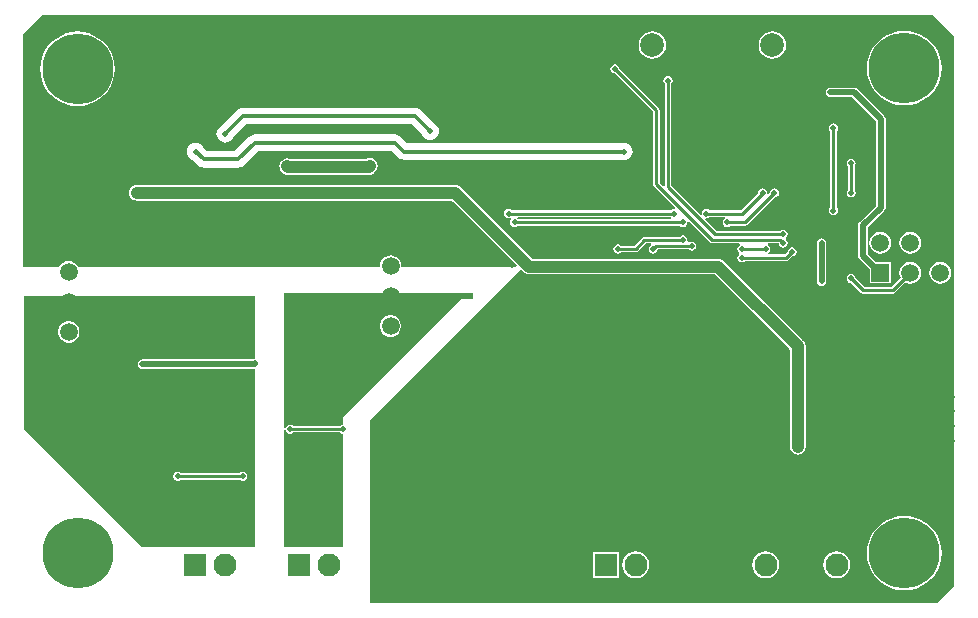
<source format=gbl>
G04*
G04 #@! TF.GenerationSoftware,Altium Limited,Altium Designer,23.9.2 (47)*
G04*
G04 Layer_Physical_Order=4*
G04 Layer_Color=16711680*
%FSLAX43Y43*%
%MOMM*%
G71*
G04*
G04 #@! TF.SameCoordinates,DD1DA4F9-BAAB-46B1-B849-2321CEA9ED03*
G04*
G04*
G04 #@! TF.FilePolarity,Positive*
G04*
G01*
G75*
%ADD20C,1.000*%
%ADD86C,6.000*%
%ADD90C,0.355*%
%ADD91C,0.254*%
%ADD93C,0.500*%
%ADD95C,1.950*%
%ADD96R,1.950X1.950*%
%ADD97C,1.508*%
%ADD98R,1.508X1.508*%
%ADD99C,2.000*%
%ADD100R,1.500X1.500*%
%ADD101C,1.500*%
%ADD102C,0.460*%
%ADD103C,0.500*%
%ADD104C,0.750*%
G36*
X38500Y26500D02*
X37500D01*
X27500Y16500D01*
Y15882D01*
X27424D01*
X27284Y15824D01*
X27244Y15784D01*
X23256D01*
X23216Y15824D01*
X23076Y15882D01*
X22924D01*
X22784Y15824D01*
X22676Y15716D01*
X22618Y15576D01*
X22500Y15598D01*
Y27000D01*
X38500D01*
Y26500D01*
D02*
G37*
G36*
X77408Y50592D02*
X77408Y50592D01*
X79250Y48750D01*
Y2250D01*
X77750Y750D01*
X29750D01*
Y16250D01*
X32750Y19250D01*
X42535Y29035D01*
X42785Y28785D01*
X42785Y28785D01*
X42921Y28680D01*
X43080Y28615D01*
X43250Y28592D01*
X58978D01*
X65342Y22228D01*
Y14000D01*
X65365Y13830D01*
X65430Y13671D01*
X65535Y13535D01*
X65671Y13430D01*
X65830Y13365D01*
X66000Y13342D01*
X66170Y13365D01*
X66329Y13430D01*
X66465Y13535D01*
X66570Y13671D01*
X66635Y13830D01*
X66658Y14000D01*
Y22500D01*
X66658Y22500D01*
X66635Y22670D01*
X66570Y22829D01*
X66465Y22965D01*
X66465Y22965D01*
X59715Y29715D01*
X59579Y29820D01*
X59420Y29885D01*
X59250Y29908D01*
X59250Y29908D01*
X43522D01*
X37465Y35965D01*
X37329Y36070D01*
X37170Y36135D01*
X37000Y36158D01*
X36875Y36141D01*
X36750Y36158D01*
X10000D01*
X9830Y36135D01*
X9671Y36070D01*
X9535Y35965D01*
X9430Y35829D01*
X9365Y35670D01*
X9342Y35500D01*
X9365Y35330D01*
X9430Y35171D01*
X9535Y35035D01*
X9671Y34930D01*
X9830Y34865D01*
X10000Y34842D01*
X36728D01*
X42203Y29367D01*
X42154Y29250D01*
X32466D01*
X32414Y29310D01*
X32383Y29547D01*
X32291Y29767D01*
X32146Y29956D01*
X31957Y30101D01*
X31737Y30193D01*
X31500Y30224D01*
X31263Y30193D01*
X31043Y30101D01*
X30854Y29956D01*
X30709Y29767D01*
X30617Y29547D01*
X30586Y29310D01*
X30534Y29250D01*
X5048D01*
X5041Y29267D01*
X4896Y29456D01*
X4707Y29601D01*
X4487Y29693D01*
X4250Y29724D01*
X4013Y29693D01*
X3793Y29601D01*
X3604Y29456D01*
X3459Y29267D01*
X3452Y29250D01*
X408D01*
X408Y48908D01*
X2092Y50592D01*
X77408Y50592D01*
D02*
G37*
G36*
X22676Y15284D02*
X22784Y15176D01*
X22924Y15118D01*
X23076D01*
X23216Y15176D01*
X23256Y15216D01*
X27244D01*
X27284Y15176D01*
X27424Y15118D01*
X27500D01*
Y5500D01*
X22500D01*
Y15402D01*
X22618Y15424D01*
X22676Y15284D01*
D02*
G37*
G36*
X20000Y21442D02*
X19984D01*
X19906Y21410D01*
X10500D01*
X10343Y21379D01*
X10210Y21290D01*
X10121Y21157D01*
X10090Y21000D01*
X10121Y20843D01*
X10210Y20710D01*
X10343Y20621D01*
X10500Y20590D01*
X20000D01*
Y19500D01*
Y5500D01*
X10500Y5500D01*
X500Y15500D01*
Y26750D01*
X20000D01*
Y21442D01*
D02*
G37*
%LPC*%
G36*
X31619Y25136D02*
X31381D01*
X31150Y25074D01*
X30944Y24955D01*
X30775Y24786D01*
X30656Y24580D01*
X30594Y24349D01*
Y24111D01*
X30656Y23880D01*
X30775Y23674D01*
X30944Y23505D01*
X31150Y23386D01*
X31381Y23324D01*
X31619D01*
X31850Y23386D01*
X32056Y23505D01*
X32225Y23674D01*
X32344Y23880D01*
X32406Y24111D01*
Y24349D01*
X32344Y24580D01*
X32225Y24786D01*
X32056Y24955D01*
X31850Y25074D01*
X31619Y25136D01*
D02*
G37*
G36*
X63830Y49162D02*
X63529Y49122D01*
X63249Y49006D01*
X63008Y48822D01*
X62824Y48581D01*
X62708Y48301D01*
X62668Y48000D01*
X62708Y47699D01*
X62824Y47419D01*
X63008Y47178D01*
X63249Y46994D01*
X63529Y46878D01*
X63830Y46838D01*
X64131Y46878D01*
X64411Y46994D01*
X64652Y47178D01*
X64836Y47419D01*
X64952Y47699D01*
X64992Y48000D01*
X64952Y48301D01*
X64836Y48581D01*
X64652Y48822D01*
X64411Y49006D01*
X64131Y49122D01*
X63830Y49162D01*
D02*
G37*
G36*
X53670D02*
X53369Y49122D01*
X53089Y49006D01*
X52848Y48822D01*
X52664Y48581D01*
X52548Y48301D01*
X52508Y48000D01*
X52548Y47699D01*
X52664Y47419D01*
X52848Y47178D01*
X53089Y46994D01*
X53369Y46878D01*
X53670Y46838D01*
X53971Y46878D01*
X54251Y46994D01*
X54492Y47178D01*
X54676Y47419D01*
X54792Y47699D01*
X54832Y48000D01*
X54792Y48301D01*
X54676Y48581D01*
X54492Y48822D01*
X54251Y49006D01*
X53971Y49122D01*
X53670Y49162D01*
D02*
G37*
G36*
X75000Y49222D02*
X74505Y49183D01*
X74023Y49067D01*
X73565Y48877D01*
X73142Y48618D01*
X72764Y48296D01*
X72442Y47918D01*
X72183Y47495D01*
X71993Y47037D01*
X71877Y46555D01*
X71838Y46060D01*
X71877Y45565D01*
X71993Y45083D01*
X72183Y44625D01*
X72442Y44202D01*
X72764Y43824D01*
X73142Y43502D01*
X73565Y43243D01*
X74023Y43053D01*
X74505Y42937D01*
X75000Y42898D01*
X75495Y42937D01*
X75977Y43053D01*
X76435Y43243D01*
X76858Y43502D01*
X77236Y43824D01*
X77558Y44202D01*
X77817Y44625D01*
X78007Y45083D01*
X78123Y45565D01*
X78162Y46060D01*
X78123Y46555D01*
X78007Y47037D01*
X77817Y47495D01*
X77558Y47918D01*
X77236Y48296D01*
X76858Y48618D01*
X76435Y48877D01*
X75977Y49067D01*
X75495Y49183D01*
X75000Y49222D01*
D02*
G37*
G36*
X5000Y49162D02*
X4505Y49123D01*
X4023Y49007D01*
X3565Y48817D01*
X3142Y48558D01*
X2764Y48236D01*
X2442Y47858D01*
X2183Y47435D01*
X1993Y46977D01*
X1877Y46495D01*
X1838Y46000D01*
X1877Y45505D01*
X1993Y45023D01*
X2183Y44565D01*
X2442Y44142D01*
X2764Y43764D01*
X3142Y43442D01*
X3565Y43183D01*
X4023Y42993D01*
X4505Y42877D01*
X5000Y42838D01*
X5495Y42877D01*
X5977Y42993D01*
X6435Y43183D01*
X6858Y43442D01*
X7236Y43764D01*
X7558Y44142D01*
X7817Y44565D01*
X8007Y45023D01*
X8123Y45505D01*
X8162Y46000D01*
X8123Y46495D01*
X8007Y46977D01*
X7817Y47435D01*
X7558Y47858D01*
X7236Y48236D01*
X6858Y48558D01*
X6435Y48817D01*
X5977Y49007D01*
X5495Y49123D01*
X5000Y49162D01*
D02*
G37*
G36*
X33575Y42691D02*
X19000D01*
X18821Y42668D01*
X18654Y42599D01*
X18511Y42489D01*
X17194Y41172D01*
X17128Y41145D01*
X16974Y41026D01*
X16855Y40872D01*
X16781Y40693D01*
X16756Y40500D01*
X16781Y40307D01*
X16855Y40128D01*
X16974Y39974D01*
X17128Y39855D01*
X17307Y39781D01*
X17500Y39756D01*
X17693Y39781D01*
X17872Y39855D01*
X18026Y39974D01*
X18145Y40128D01*
X18172Y40194D01*
X19286Y41309D01*
X33289D01*
X34178Y40419D01*
X34205Y40353D01*
X34324Y40199D01*
X34478Y40080D01*
X34657Y40006D01*
X34850Y39981D01*
X35043Y40006D01*
X35222Y40080D01*
X35376Y40199D01*
X35495Y40353D01*
X35569Y40532D01*
X35594Y40725D01*
X35569Y40918D01*
X35495Y41097D01*
X35376Y41251D01*
X35222Y41370D01*
X35156Y41397D01*
X34064Y42489D01*
X33921Y42599D01*
X33754Y42668D01*
X33575Y42691D01*
D02*
G37*
G36*
X31876Y40441D02*
X20000D01*
X19821Y40418D01*
X19654Y40349D01*
X19511Y40239D01*
X18289Y39016D01*
X15972D01*
X15665Y39323D01*
X15645Y39372D01*
X15526Y39526D01*
X15372Y39645D01*
X15193Y39719D01*
X15000Y39744D01*
X14807Y39719D01*
X14628Y39645D01*
X14474Y39526D01*
X14355Y39372D01*
X14281Y39193D01*
X14256Y39000D01*
X14281Y38807D01*
X14355Y38628D01*
X14474Y38474D01*
X14628Y38355D01*
X14712Y38320D01*
X15197Y37836D01*
X15340Y37726D01*
X15507Y37657D01*
X15685Y37634D01*
X18575D01*
X18754Y37657D01*
X18921Y37726D01*
X19064Y37836D01*
X20286Y39059D01*
X31590D01*
X32137Y38511D01*
X32281Y38401D01*
X32447Y38332D01*
X32626Y38309D01*
X50991D01*
X51057Y38281D01*
X51250Y38256D01*
X51443Y38281D01*
X51622Y38355D01*
X51776Y38474D01*
X51895Y38628D01*
X51969Y38807D01*
X51994Y39000D01*
X51969Y39193D01*
X51895Y39372D01*
X51776Y39526D01*
X51622Y39645D01*
X51443Y39719D01*
X51250Y39744D01*
X51057Y39719D01*
X50991Y39691D01*
X32913D01*
X32365Y40239D01*
X32222Y40349D01*
X32055Y40418D01*
X31876Y40441D01*
D02*
G37*
G36*
X29750Y38433D02*
X29580Y38410D01*
X29421Y38345D01*
X29406Y38333D01*
X23047D01*
X22920Y38385D01*
X22750Y38408D01*
X22580Y38385D01*
X22421Y38320D01*
X22285Y38215D01*
X22180Y38079D01*
X22115Y37920D01*
X22092Y37750D01*
X22115Y37580D01*
X22180Y37421D01*
X22285Y37285D01*
X22360Y37210D01*
X22360Y37210D01*
X22496Y37105D01*
X22655Y37040D01*
X22825Y37017D01*
X29650D01*
X29650Y37017D01*
X29820Y37040D01*
X29979Y37105D01*
X30115Y37210D01*
X30215Y37310D01*
X30320Y37446D01*
X30385Y37605D01*
X30408Y37775D01*
X30385Y37945D01*
X30320Y38104D01*
X30215Y38240D01*
X30079Y38345D01*
X29920Y38410D01*
X29750Y38433D01*
D02*
G37*
G36*
X70500Y38389D02*
X70351Y38360D01*
X70225Y38275D01*
X70140Y38149D01*
X70111Y38000D01*
X70140Y37851D01*
X70216Y37738D01*
Y35762D01*
X70140Y35649D01*
X70111Y35500D01*
X70140Y35351D01*
X70225Y35225D01*
X70351Y35140D01*
X70500Y35111D01*
X70649Y35140D01*
X70775Y35225D01*
X70860Y35351D01*
X70889Y35500D01*
X70860Y35649D01*
X70784Y35762D01*
Y37738D01*
X70860Y37851D01*
X70889Y38000D01*
X70860Y38149D01*
X70775Y38275D01*
X70649Y38360D01*
X70500Y38389D01*
D02*
G37*
G36*
X50500Y46389D02*
X50351Y46360D01*
X50225Y46275D01*
X50140Y46149D01*
X50111Y46000D01*
X50140Y45851D01*
X50225Y45725D01*
X50351Y45640D01*
X50484Y45614D01*
X53716Y42382D01*
Y36250D01*
X53737Y36141D01*
X53799Y36049D01*
X55598Y34249D01*
X55536Y34132D01*
X55500Y34139D01*
X55351Y34110D01*
X55238Y34034D01*
X41762D01*
X41649Y34110D01*
X41500Y34139D01*
X41351Y34110D01*
X41225Y34025D01*
X41140Y33899D01*
X41111Y33750D01*
X41140Y33601D01*
X41225Y33475D01*
X41351Y33390D01*
X41500Y33361D01*
X41649Y33390D01*
X41667Y33402D01*
X41679Y33398D01*
X41696Y33353D01*
X41709Y33252D01*
X41640Y33149D01*
X41611Y33000D01*
X41640Y32851D01*
X41725Y32725D01*
X41851Y32640D01*
X42000Y32611D01*
X42149Y32640D01*
X42262Y32716D01*
X55988D01*
X56101Y32640D01*
X56250Y32611D01*
X56399Y32640D01*
X56525Y32725D01*
X56610Y32851D01*
X56639Y33000D01*
X56632Y33036D01*
X56749Y33098D01*
X58549Y31299D01*
X58641Y31237D01*
X58750Y31216D01*
X61031D01*
X61069Y31089D01*
X60975Y31025D01*
X60890Y30899D01*
X60861Y30750D01*
X60890Y30601D01*
X60975Y30475D01*
X61009Y30451D01*
Y30299D01*
X60975Y30275D01*
X60890Y30149D01*
X60861Y30000D01*
X60890Y29851D01*
X60975Y29725D01*
X61101Y29640D01*
X61250Y29611D01*
X61399Y29640D01*
X61512Y29716D01*
X65000D01*
X65109Y29737D01*
X65201Y29799D01*
X65516Y30114D01*
X65649Y30140D01*
X65775Y30225D01*
X65860Y30351D01*
X65889Y30500D01*
X65860Y30649D01*
X65775Y30775D01*
X65649Y30860D01*
X65500Y30889D01*
X65351Y30860D01*
X65225Y30775D01*
X65140Y30649D01*
X65114Y30516D01*
X64882Y30284D01*
X63469D01*
X63431Y30411D01*
X63525Y30475D01*
X63610Y30601D01*
X63639Y30750D01*
X63610Y30899D01*
X63525Y31025D01*
X63431Y31089D01*
X63469Y31216D01*
X64367D01*
X64390Y31101D01*
X64475Y30975D01*
X64601Y30890D01*
X64750Y30861D01*
X64899Y30890D01*
X65025Y30975D01*
X65110Y31101D01*
X65139Y31250D01*
X65110Y31399D01*
X65025Y31525D01*
X64991Y31549D01*
Y31701D01*
X65025Y31725D01*
X65110Y31851D01*
X65139Y32000D01*
X65110Y32149D01*
X65025Y32275D01*
X64899Y32360D01*
X64750Y32389D01*
X64601Y32360D01*
X64488Y32284D01*
X59118D01*
X58152Y33251D01*
X58214Y33368D01*
X58250Y33361D01*
X58399Y33390D01*
X58512Y33466D01*
X59781D01*
X59819Y33339D01*
X59725Y33275D01*
X59640Y33149D01*
X59611Y33000D01*
X59640Y32851D01*
X59725Y32725D01*
X59851Y32640D01*
X60000Y32611D01*
X60149Y32640D01*
X60262Y32716D01*
X61500D01*
X61609Y32737D01*
X61701Y32799D01*
X64016Y35114D01*
X64149Y35140D01*
X64275Y35225D01*
X64360Y35351D01*
X64389Y35500D01*
X64360Y35649D01*
X64275Y35775D01*
X64149Y35860D01*
X64000Y35889D01*
X63851Y35860D01*
X63725Y35775D01*
X63640Y35649D01*
X63614Y35516D01*
X63499Y35402D01*
X63382Y35464D01*
X63389Y35500D01*
X63360Y35649D01*
X63275Y35775D01*
X63149Y35860D01*
X63000Y35889D01*
X62851Y35860D01*
X62725Y35775D01*
X62640Y35649D01*
X62614Y35516D01*
X61132Y34034D01*
X58512D01*
X58399Y34110D01*
X58250Y34139D01*
X58101Y34110D01*
X57975Y34025D01*
X57890Y33899D01*
X57861Y33750D01*
X57868Y33714D01*
X57751Y33652D01*
X55284Y36118D01*
Y44738D01*
X55360Y44851D01*
X55389Y45000D01*
X55360Y45149D01*
X55275Y45275D01*
X55149Y45360D01*
X55000Y45389D01*
X54851Y45360D01*
X54725Y45275D01*
X54640Y45149D01*
X54611Y45000D01*
X54640Y44851D01*
X54716Y44738D01*
Y36116D01*
X54589Y36064D01*
X54284Y36368D01*
Y42500D01*
X54263Y42609D01*
X54201Y42701D01*
X50886Y46016D01*
X50860Y46149D01*
X50775Y46275D01*
X50649Y46360D01*
X50500Y46389D01*
D02*
G37*
G36*
X69000Y41389D02*
X68851Y41360D01*
X68725Y41275D01*
X68640Y41149D01*
X68611Y41000D01*
X68640Y40851D01*
X68716Y40738D01*
Y34262D01*
X68640Y34149D01*
X68611Y34000D01*
X68640Y33851D01*
X68725Y33725D01*
X68851Y33640D01*
X69000Y33611D01*
X69149Y33640D01*
X69275Y33725D01*
X69360Y33851D01*
X69389Y34000D01*
X69360Y34149D01*
X69284Y34262D01*
Y40738D01*
X69360Y40851D01*
X69389Y41000D01*
X69360Y41149D01*
X69275Y41275D01*
X69149Y41360D01*
X69000Y41389D01*
D02*
G37*
G36*
X56250Y31889D02*
X56101Y31860D01*
X55988Y31784D01*
X53000D01*
X52891Y31763D01*
X52799Y31701D01*
X52132Y31034D01*
X51012D01*
X50899Y31110D01*
X50750Y31139D01*
X50601Y31110D01*
X50475Y31025D01*
X50390Y30899D01*
X50361Y30750D01*
X50390Y30601D01*
X50475Y30475D01*
X50601Y30390D01*
X50750Y30361D01*
X50899Y30390D01*
X51012Y30466D01*
X52250D01*
X52359Y30487D01*
X52451Y30549D01*
X53118Y31216D01*
X53522D01*
X53560Y31089D01*
X53466Y31025D01*
X53381Y30899D01*
X53352Y30750D01*
X53381Y30601D01*
X53466Y30475D01*
X53592Y30390D01*
X53741Y30361D01*
X53890Y30390D01*
X54016Y30475D01*
X54101Y30601D01*
X54122Y30707D01*
X56738D01*
X56851Y30631D01*
X57000Y30602D01*
X57149Y30631D01*
X57275Y30716D01*
X57360Y30842D01*
X57389Y30991D01*
X57360Y31140D01*
X57275Y31266D01*
X57149Y31351D01*
X57000Y31380D01*
X56851Y31351D01*
X56811Y31324D01*
X56720Y31342D01*
X56634Y31471D01*
X56639Y31500D01*
X56610Y31649D01*
X56525Y31775D01*
X56399Y31860D01*
X56250Y31889D01*
D02*
G37*
G36*
X75500Y32180D02*
X75265Y32149D01*
X75045Y32058D01*
X74857Y31913D01*
X74712Y31725D01*
X74621Y31505D01*
X74590Y31270D01*
X74621Y31035D01*
X74712Y30815D01*
X74857Y30627D01*
X75045Y30482D01*
X75265Y30391D01*
X75500Y30360D01*
X75735Y30391D01*
X75955Y30482D01*
X76143Y30627D01*
X76288Y30815D01*
X76379Y31035D01*
X76410Y31270D01*
X76379Y31505D01*
X76288Y31725D01*
X76143Y31913D01*
X75955Y32058D01*
X75735Y32149D01*
X75500Y32180D01*
D02*
G37*
G36*
X72960D02*
X72725Y32149D01*
X72505Y32058D01*
X72317Y31913D01*
X72172Y31725D01*
X72081Y31505D01*
X72050Y31270D01*
X72081Y31035D01*
X72172Y30815D01*
X72317Y30627D01*
X72505Y30482D01*
X72725Y30391D01*
X72960Y30360D01*
X73195Y30391D01*
X73415Y30482D01*
X73603Y30627D01*
X73748Y30815D01*
X73839Y31035D01*
X73870Y31270D01*
X73839Y31505D01*
X73748Y31725D01*
X73603Y31913D01*
X73415Y32058D01*
X73195Y32149D01*
X72960Y32180D01*
D02*
G37*
G36*
X70750Y44410D02*
X68750D01*
X68593Y44379D01*
X68460Y44290D01*
X68371Y44157D01*
X68340Y44000D01*
X68371Y43843D01*
X68460Y43710D01*
X68593Y43621D01*
X68750Y43590D01*
X70580D01*
X72590Y41580D01*
Y34420D01*
X71210Y33040D01*
X71121Y32907D01*
X71090Y32750D01*
Y30190D01*
X71121Y30033D01*
X71210Y29900D01*
X72058Y29052D01*
Y27828D01*
X73862D01*
Y29632D01*
X72638D01*
X71910Y30360D01*
Y32580D01*
X73290Y33960D01*
X73379Y34093D01*
X73410Y34250D01*
Y41750D01*
X73379Y41907D01*
X73290Y42040D01*
X71040Y44290D01*
X70907Y44379D01*
X70750Y44410D01*
D02*
G37*
G36*
X78040Y29640D02*
X77805Y29609D01*
X77585Y29518D01*
X77397Y29373D01*
X77252Y29185D01*
X77161Y28965D01*
X77130Y28730D01*
X77161Y28495D01*
X77252Y28275D01*
X77397Y28087D01*
X77585Y27942D01*
X77805Y27851D01*
X78040Y27820D01*
X78275Y27851D01*
X78495Y27942D01*
X78683Y28087D01*
X78828Y28275D01*
X78919Y28495D01*
X78950Y28730D01*
X78919Y28965D01*
X78828Y29185D01*
X78683Y29373D01*
X78495Y29518D01*
X78275Y29609D01*
X78040Y29640D01*
D02*
G37*
G36*
X68000Y31660D02*
X67843Y31629D01*
X67710Y31540D01*
X67621Y31407D01*
X67590Y31250D01*
Y28000D01*
X67621Y27843D01*
X67710Y27710D01*
X67843Y27621D01*
X68000Y27590D01*
X68157Y27621D01*
X68290Y27710D01*
X68379Y27843D01*
X68410Y28000D01*
Y31250D01*
X68379Y31407D01*
X68290Y31540D01*
X68157Y31629D01*
X68000Y31660D01*
D02*
G37*
G36*
X75500Y29640D02*
X75265Y29609D01*
X75045Y29518D01*
X74857Y29373D01*
X74712Y29185D01*
X74621Y28965D01*
X74590Y28730D01*
X74621Y28495D01*
X74692Y28324D01*
X73902Y27534D01*
X71618D01*
X70886Y28266D01*
X70860Y28399D01*
X70775Y28525D01*
X70649Y28610D01*
X70500Y28639D01*
X70351Y28610D01*
X70225Y28525D01*
X70140Y28399D01*
X70111Y28250D01*
X70140Y28101D01*
X70225Y27975D01*
X70351Y27890D01*
X70484Y27864D01*
X71299Y27049D01*
X71391Y26987D01*
X71500Y26966D01*
X74020D01*
X74129Y26987D01*
X74221Y27049D01*
X75094Y27922D01*
X75265Y27851D01*
X75500Y27820D01*
X75735Y27851D01*
X75955Y27942D01*
X76143Y28087D01*
X76288Y28275D01*
X76379Y28495D01*
X76410Y28730D01*
X76379Y28965D01*
X76288Y29185D01*
X76143Y29373D01*
X75955Y29518D01*
X75735Y29609D01*
X75500Y29640D01*
D02*
G37*
G36*
X50857Y5127D02*
X48603D01*
Y2873D01*
X50857D01*
Y5127D01*
D02*
G37*
G36*
X69270Y5137D02*
X68976Y5098D01*
X68702Y4984D01*
X68466Y4804D01*
X68286Y4568D01*
X68172Y4294D01*
X68133Y4000D01*
X68172Y3706D01*
X68286Y3432D01*
X68466Y3196D01*
X68702Y3016D01*
X68976Y2902D01*
X69270Y2863D01*
X69564Y2902D01*
X69838Y3016D01*
X70074Y3196D01*
X70254Y3432D01*
X70368Y3706D01*
X70407Y4000D01*
X70368Y4294D01*
X70254Y4568D01*
X70074Y4804D01*
X69838Y4984D01*
X69564Y5098D01*
X69270Y5137D01*
D02*
G37*
G36*
X63270D02*
X62976Y5098D01*
X62702Y4984D01*
X62466Y4804D01*
X62286Y4568D01*
X62172Y4294D01*
X62133Y4000D01*
X62172Y3706D01*
X62286Y3432D01*
X62466Y3196D01*
X62702Y3016D01*
X62976Y2902D01*
X63270Y2863D01*
X63564Y2902D01*
X63838Y3016D01*
X64074Y3196D01*
X64254Y3432D01*
X64368Y3706D01*
X64407Y4000D01*
X64368Y4294D01*
X64254Y4568D01*
X64074Y4804D01*
X63838Y4984D01*
X63564Y5098D01*
X63270Y5137D01*
D02*
G37*
G36*
X52270D02*
X51976Y5098D01*
X51702Y4984D01*
X51466Y4804D01*
X51286Y4568D01*
X51172Y4294D01*
X51133Y4000D01*
X51172Y3706D01*
X51286Y3432D01*
X51466Y3196D01*
X51702Y3016D01*
X51976Y2902D01*
X52270Y2863D01*
X52564Y2902D01*
X52838Y3016D01*
X53074Y3196D01*
X53254Y3432D01*
X53368Y3706D01*
X53407Y4000D01*
X53368Y4294D01*
X53254Y4568D01*
X53074Y4804D01*
X52838Y4984D01*
X52564Y5098D01*
X52270Y5137D01*
D02*
G37*
G36*
X75000Y8162D02*
X74505Y8123D01*
X74023Y8007D01*
X73565Y7817D01*
X73142Y7558D01*
X72764Y7236D01*
X72442Y6858D01*
X72183Y6435D01*
X71993Y5977D01*
X71877Y5495D01*
X71838Y5000D01*
X71877Y4505D01*
X71993Y4023D01*
X72183Y3565D01*
X72442Y3142D01*
X72764Y2764D01*
X73142Y2442D01*
X73565Y2183D01*
X74023Y1993D01*
X74505Y1877D01*
X75000Y1838D01*
X75495Y1877D01*
X75977Y1993D01*
X76435Y2183D01*
X76858Y2442D01*
X77236Y2764D01*
X77558Y3142D01*
X77817Y3565D01*
X78007Y4023D01*
X78123Y4505D01*
X78162Y5000D01*
X78123Y5495D01*
X78007Y5977D01*
X77817Y6435D01*
X77558Y6858D01*
X77236Y7236D01*
X76858Y7558D01*
X76435Y7817D01*
X75977Y8007D01*
X75495Y8123D01*
X75000Y8162D01*
D02*
G37*
%LPD*%
G36*
X55263Y33411D02*
X55208Y33284D01*
X42288D01*
X42237Y33339D01*
X42292Y33466D01*
X55212D01*
X55263Y33411D01*
D02*
G37*
%LPC*%
G36*
X4369Y24636D02*
X4131D01*
X3900Y24574D01*
X3694Y24455D01*
X3525Y24286D01*
X3406Y24080D01*
X3344Y23849D01*
Y23611D01*
X3406Y23380D01*
X3525Y23174D01*
X3694Y23005D01*
X3900Y22886D01*
X4131Y22824D01*
X4369D01*
X4600Y22886D01*
X4806Y23005D01*
X4975Y23174D01*
X5094Y23380D01*
X5156Y23611D01*
Y23849D01*
X5094Y24080D01*
X4975Y24286D01*
X4806Y24455D01*
X4600Y24574D01*
X4369Y24636D01*
D02*
G37*
G36*
X19076Y11882D02*
X18924D01*
X18784Y11824D01*
X18744Y11784D01*
X13756D01*
X13716Y11824D01*
X13576Y11882D01*
X13424D01*
X13284Y11824D01*
X13176Y11716D01*
X13118Y11576D01*
Y11424D01*
X13176Y11284D01*
X13284Y11176D01*
X13424Y11118D01*
X13576D01*
X13716Y11176D01*
X13756Y11216D01*
X18744D01*
X18784Y11176D01*
X18924Y11118D01*
X19076D01*
X19216Y11176D01*
X19324Y11284D01*
X19382Y11424D01*
Y11576D01*
X19324Y11716D01*
X19216Y11824D01*
X19076Y11882D01*
D02*
G37*
%LPD*%
D20*
X29650Y37675D02*
X29750Y37775D01*
X22825Y37675D02*
X29650D01*
X22750Y37750D02*
X22825Y37675D01*
X10000Y35500D02*
X36750D01*
X37000D02*
X43250Y29250D01*
X59250D01*
X66000Y22500D01*
Y14000D02*
Y22500D01*
D86*
X5000Y46000D02*
D03*
X75000Y46060D02*
D03*
Y5000D02*
D03*
X5000D02*
D03*
D90*
X19000Y42000D02*
X33575D01*
X34850Y40725D01*
X18575Y38325D02*
X20000Y39750D01*
X15685Y38325D02*
X18575D01*
X15010Y39000D02*
X15685Y38325D01*
X15000Y39000D02*
X15010D01*
X32626D02*
X51250D01*
X31876Y39750D02*
X32626Y39000D01*
X20000Y39750D02*
X31876D01*
X17500Y40500D02*
X19000Y42000D01*
D91*
X54000Y36250D02*
Y42500D01*
X50500Y46000D02*
X54000Y42500D01*
X69000Y34000D02*
Y41000D01*
X41500Y33750D02*
X55500D01*
X42000Y33000D02*
X56250D01*
X58750Y31500D02*
X64498D01*
X54000Y36250D02*
X58750Y31500D01*
X55000Y36000D02*
Y45000D01*
X59000Y32000D02*
X64750D01*
X55000Y36000D02*
X59000Y32000D01*
X58250Y33750D02*
X61250D01*
X70500Y35500D02*
Y38000D01*
X71500Y27250D02*
X74020D01*
X70500Y28250D02*
X71500Y27250D01*
X70500Y28250D02*
Y28250D01*
X61250Y33750D02*
X63000Y35500D01*
X53752Y30750D02*
X53993Y30991D01*
X57000D01*
X53741Y30750D02*
X53752D01*
X53000Y31500D02*
X56250D01*
X52250Y30750D02*
X53000Y31500D01*
X61250Y30750D02*
X63250D01*
X61250Y30000D02*
X65000D01*
X65500Y30500D01*
X64748Y31250D02*
X64750D01*
X64498Y31500D02*
X64748Y31250D01*
X50750Y30750D02*
X52250D01*
X23000Y15500D02*
X27500D01*
X13500Y11500D02*
X19000D01*
X60000Y33000D02*
X61500D01*
X64000Y35500D01*
X74020Y27250D02*
X75500Y28730D01*
D93*
X70750Y44000D02*
X73000Y41750D01*
Y34250D02*
Y41750D01*
X71500Y32750D02*
X73000Y34250D01*
X71500Y30190D02*
Y32750D01*
Y30190D02*
X72960Y28730D01*
X10500Y21000D02*
X20000D01*
X68750Y44000D02*
X70750D01*
X68000Y28000D02*
Y31250D01*
D95*
X17520Y4000D02*
D03*
X63270D02*
D03*
X26270D02*
D03*
X52270D02*
D03*
X69270D02*
D03*
D96*
X14980D02*
D03*
X60730D02*
D03*
X23730D02*
D03*
X49730D02*
D03*
X66730D02*
D03*
D97*
X4250Y26270D02*
D03*
Y23730D02*
D03*
Y28810D02*
D03*
X31500Y29310D02*
D03*
Y24230D02*
D03*
Y26770D02*
D03*
D98*
X4250Y31350D02*
D03*
X31500Y31850D02*
D03*
D99*
X53670Y48000D02*
D03*
X63830D02*
D03*
X58750Y44500D02*
D03*
D100*
X72960Y28730D02*
D03*
D101*
Y31270D02*
D03*
X75500Y28730D02*
D03*
X78040D02*
D03*
X75500Y31270D02*
D03*
X78040D02*
D03*
D102*
X34850Y40725D02*
D03*
X10000Y35500D02*
D03*
X69000Y34000D02*
D03*
Y41000D02*
D03*
X51250Y39000D02*
D03*
X17500Y40500D02*
D03*
X15000Y39000D02*
D03*
X55500Y33750D02*
D03*
X56250Y33000D02*
D03*
X58250Y33750D02*
D03*
X42000Y33000D02*
D03*
X41500Y33750D02*
D03*
X70500Y35500D02*
D03*
Y38000D02*
D03*
X22750Y37750D02*
D03*
X29750Y37775D02*
D03*
X56250Y31500D02*
D03*
X57000Y30991D02*
D03*
X61250Y30750D02*
D03*
Y30000D02*
D03*
X63250Y30750D02*
D03*
X50750D02*
D03*
X53741D02*
D03*
X70750Y22250D02*
D03*
X70310Y17150D02*
D03*
X73000D02*
D03*
X73250Y15250D02*
D03*
X70310D02*
D03*
X67900D02*
D03*
X67000Y16500D02*
D03*
Y18500D02*
D03*
Y20500D02*
D03*
Y22500D02*
D03*
X66000Y14000D02*
D03*
X68750Y44000D02*
D03*
X37000Y35500D02*
D03*
X27500Y15500D02*
D03*
X23000D02*
D03*
X20060Y21060D02*
D03*
X10500Y21000D02*
D03*
X55000Y45000D02*
D03*
X50500Y46000D02*
D03*
X13500Y11500D02*
D03*
X19000D02*
D03*
X60000Y33000D02*
D03*
X65500Y30500D02*
D03*
X63000Y35500D02*
D03*
X64000D02*
D03*
X68000Y31250D02*
D03*
X64750D02*
D03*
Y32000D02*
D03*
X68000Y28000D02*
D03*
X70500Y28250D02*
D03*
D103*
X28975Y38700D02*
D03*
X24050D02*
D03*
X19500Y40750D02*
D03*
X23000Y40900D02*
D03*
X27600Y40875D02*
D03*
X57255Y34706D02*
D03*
X10500Y39750D02*
D03*
X3750Y38750D02*
D03*
X4250Y33000D02*
D03*
X7500Y30000D02*
D03*
Y33750D02*
D03*
X10250D02*
D03*
Y30500D02*
D03*
X72000Y41250D02*
D03*
X66750Y25358D02*
D03*
X72250Y10000D02*
D03*
X74000D02*
D03*
X76000D02*
D03*
X67000Y6750D02*
D03*
X69250Y1250D02*
D03*
X73750D02*
D03*
X77500D02*
D03*
X78750Y3750D02*
D03*
Y7500D02*
D03*
Y10000D02*
D03*
X79000Y14500D02*
D03*
Y15750D02*
D03*
Y17000D02*
D03*
Y18250D02*
D03*
X73116Y23750D02*
D03*
Y22250D02*
D03*
X70730Y24750D02*
D03*
X74095Y26500D02*
D03*
X77905Y26750D02*
D03*
X70500Y43060D02*
D03*
X75500Y37000D02*
D03*
Y33690D02*
D03*
X75750Y41750D02*
D03*
X70500Y40500D02*
D03*
X71250Y34310D02*
D03*
X74250Y32020D02*
D03*
X67250Y30500D02*
D03*
X67500Y32000D02*
D03*
X70500Y32250D02*
D03*
X67750Y35098D02*
D03*
X61690Y39750D02*
D03*
X63000Y36902D02*
D03*
X65250Y38500D02*
D03*
X62848Y40500D02*
D03*
X67750D02*
D03*
Y37000D02*
D03*
X68750Y43000D02*
D03*
X63530Y45207D02*
D03*
X62000D02*
D03*
X60250Y42250D02*
D03*
X56000Y43793D02*
D03*
X59250Y41250D02*
D03*
X52750Y35060D02*
D03*
X50500Y38000D02*
D03*
X51750Y37250D02*
D03*
X54620Y34500D02*
D03*
X59903Y30250D02*
D03*
X57500D02*
D03*
X49095Y30437D02*
D03*
X50250Y32104D02*
D03*
X45750Y32250D02*
D03*
Y35750D02*
D03*
X43250Y34500D02*
D03*
X50250Y34500D02*
D03*
X48000Y36750D02*
D03*
X40750Y36690D02*
D03*
X44000Y30500D02*
D03*
X42250Y32000D02*
D03*
X41750Y29400D02*
D03*
X35000Y31850D02*
D03*
X37500Y32000D02*
D03*
X36600Y34250D02*
D03*
X35000D02*
D03*
X32750Y29500D02*
D03*
X35500D02*
D03*
X39250D02*
D03*
Y35000D02*
D03*
Y36690D02*
D03*
X37500D02*
D03*
X26250Y45000D02*
D03*
X23750D02*
D03*
X27000Y47750D02*
D03*
X32000D02*
D03*
X50500D02*
D03*
X43750D02*
D03*
X37500D02*
D03*
X49875Y45225D02*
D03*
X43675Y45250D02*
D03*
X37175D02*
D03*
X50500Y41500D02*
D03*
X43750D02*
D03*
X37500D02*
D03*
X32750Y40500D02*
D03*
X29250Y36750D02*
D03*
X23775Y36500D02*
D03*
X27960Y33750D02*
D03*
X26250Y30050D02*
D03*
X23750Y30000D02*
D03*
X21250D02*
D03*
X23250Y33750D02*
D03*
X21250D02*
D03*
X18750Y30000D02*
D03*
X16250D02*
D03*
X13750D02*
D03*
Y33750D02*
D03*
X16250D02*
D03*
X18750D02*
D03*
X20060Y37990D02*
D03*
X19000Y46000D02*
D03*
X14000D02*
D03*
X10000Y47000D02*
D03*
X12760Y37137D02*
D03*
X13043Y41000D02*
D03*
X7121Y42000D02*
D03*
X7000Y38000D02*
D03*
X1000Y39000D02*
D03*
Y44000D02*
D03*
Y48121D02*
D03*
X3000Y50000D02*
D03*
X12200D02*
D03*
X17000D02*
D03*
X22235D02*
D03*
X27000D02*
D03*
X32000D02*
D03*
X37000D02*
D03*
X42000D02*
D03*
X47000D02*
D03*
X50000D02*
D03*
X53750D02*
D03*
X63750D02*
D03*
X67500D02*
D03*
X71250Y50020D02*
D03*
X76250Y50000D02*
D03*
X78750Y46250D02*
D03*
Y42500D02*
D03*
Y38750D02*
D03*
Y35000D02*
D03*
X35750Y26250D02*
D03*
X31750Y21500D02*
D03*
X28250Y18000D02*
D03*
X25000Y26250D02*
D03*
X27000D02*
D03*
X23000D02*
D03*
Y23250D02*
D03*
X26750Y16500D02*
D03*
X23000D02*
D03*
X26750Y6000D02*
D03*
X23000D02*
D03*
Y13000D02*
D03*
X27000D02*
D03*
X25017Y6721D02*
D03*
X16250Y7000D02*
D03*
D104*
X49500Y8000D02*
D03*
X47500Y27500D02*
D03*
X42500D02*
D03*
X55500Y25000D02*
D03*
Y27500D02*
D03*
X57500D02*
D03*
Y25000D02*
D03*
X9500Y13000D02*
D03*
X60000Y19000D02*
D03*
X64000D02*
D03*
X58500Y2500D02*
D03*
Y5000D02*
D03*
Y8500D02*
D03*
X60000Y1500D02*
D03*
X64000D02*
D03*
X56500D02*
D03*
X35000Y20000D02*
D03*
X37500Y22500D02*
D03*
Y20000D02*
D03*
Y17500D02*
D03*
X35000D02*
D03*
X32500D02*
D03*
X37500Y15000D02*
D03*
X35000D02*
D03*
X32500D02*
D03*
Y2500D02*
D03*
Y5000D02*
D03*
Y7500D02*
D03*
Y10000D02*
D03*
Y12500D02*
D03*
X35000Y2500D02*
D03*
Y5000D02*
D03*
Y7500D02*
D03*
Y10000D02*
D03*
Y12500D02*
D03*
X37500Y2500D02*
D03*
Y5000D02*
D03*
Y7500D02*
D03*
Y10000D02*
D03*
Y12500D02*
D03*
X40000D02*
D03*
Y10000D02*
D03*
Y7500D02*
D03*
Y5000D02*
D03*
Y2500D02*
D03*
X42500D02*
D03*
Y5000D02*
D03*
Y7500D02*
D03*
Y10000D02*
D03*
Y12500D02*
D03*
X60000Y22500D02*
D03*
X63250Y22750D02*
D03*
X60000Y25000D02*
D03*
X57500Y22500D02*
D03*
Y20000D02*
D03*
Y17500D02*
D03*
X55000Y20000D02*
D03*
X52500Y17500D02*
D03*
X50000D02*
D03*
X47500Y22500D02*
D03*
Y25000D02*
D03*
X45000Y27500D02*
D03*
X47500Y20000D02*
D03*
X45000D02*
D03*
Y22500D02*
D03*
Y25000D02*
D03*
X42500D02*
D03*
Y22500D02*
D03*
Y20000D02*
D03*
X54925Y17500D02*
D03*
X47500D02*
D03*
X45000D02*
D03*
X42500D02*
D03*
X52500Y8000D02*
D03*
X51000Y6000D02*
D03*
Y9500D02*
D03*
X50000Y14500D02*
D03*
X51000D02*
D03*
X52000Y14475D02*
D03*
Y12500D02*
D03*
X51000D02*
D03*
X50000D02*
D03*
Y16000D02*
D03*
X51000D02*
D03*
X52000D02*
D03*
Y11000D02*
D03*
X51000D02*
D03*
X50000D02*
D03*
M02*

</source>
